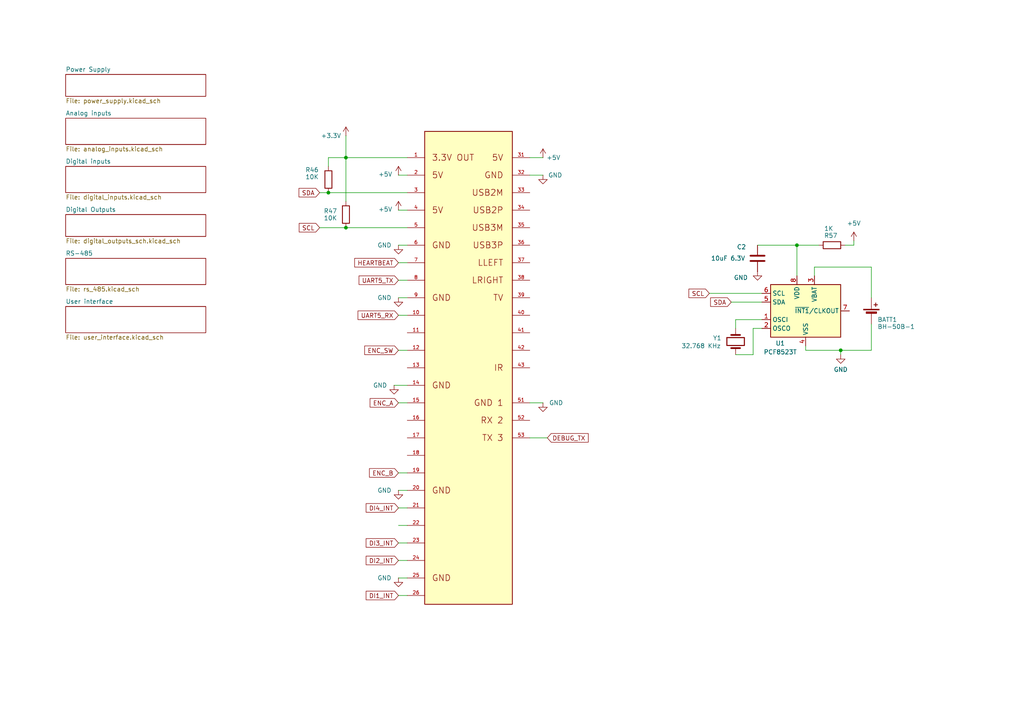
<source format=kicad_sch>
(kicad_sch (version 20231120) (generator "eeschema") (generator_version "8.0")
  (paper "A4")
  (title_block (title "Main"))
  (lib_symbols
    (symbol "DMUtils:OPI-ZERO-3" (pin_names (offset 1.016))
      (property "Reference" "U" (at -14.478 38.1 0))
      (property "Value" "OPI-ZERO-3" (at -14.732 31.496 0))
      (symbol "OPI-ZERO-3_0_0"
        (rectangle (start -27.94 30.48) (end -2.54 -106.68) (stroke (width 0.254)) (fill (type background)))
        (pin bidirectional line (at -33.02 22.86 0) (length 5.08) (name "~") (number "1"))
        (pin bidirectional line (at -33.02 -22.86 0) (length 5.08) (name "~") (number "10"))
        (pin bidirectional line (at -33.02 -27.94 0) (length 5.08) (name "~") (number "11"))
        (pin bidirectional line (at -33.02 -33.02 0) (length 5.08) (name "~") (number "12"))
        (pin bidirectional line (at -33.02 -38.1 0) (length 5.08) (name "~") (number "13"))
        (pin bidirectional line (at -33.02 -43.18 0) (length 5.08) (name "~") (number "14"))
        (pin bidirectional line (at -33.02 -48.26 0) (length 5.08) (name "~") (number "15"))
        (pin bidirectional line (at -33.02 -53.34 0) (length 5.08) (name "~") (number "16"))
        (pin bidirectional line (at -33.02 -58.42 0) (length 5.08) (name "~") (number "17"))
        (pin bidirectional line (at -33.02 -63.5 0) (length 5.08) (name "~") (number "18"))
        (pin bidirectional line (at -33.02 -68.58 0) (length 5.08) (name "~") (number "19"))
        (pin bidirectional line (at -33.02 17.78 0) (length 5.08) (name "~") (number "2"))
        (pin bidirectional line (at -33.02 -73.66 0) (length 5.08) (name "~") (number "20"))
        (pin bidirectional line (at -33.02 -78.74 0) (length 5.08) (name "~") (number "21"))
        (pin bidirectional line (at -33.02 -83.82 0) (length 5.08) (name "~") (number "22"))
        (pin bidirectional line (at -33.02 -88.9 0) (length 5.08) (name "~") (number "23"))
        (pin bidirectional line (at -33.02 -93.98 0) (length 5.08) (name "~") (number "24"))
        (pin bidirectional line (at -33.02 -99.06 0) (length 5.08) (name "~") (number "25"))
        (pin bidirectional line (at -33.02 -104.14 0) (length 5.08) (name "~") (number "26"))
        (pin bidirectional line (at -33.02 12.7 0) (length 5.08) (name "~") (number "3"))
        (pin bidirectional line (at 2.54 22.86 180) (length 5.08) (name "~") (number "31"))
        (pin bidirectional line (at 2.54 17.78 180) (length 5.08) (name "~") (number "32"))
        (pin bidirectional line (at 2.54 12.7 180) (length 5.08) (name "~") (number "33"))
        (pin bidirectional line (at 2.54 7.62 180) (length 5.08) (name "~") (number "34"))
        (pin bidirectional line (at 2.54 2.54 180) (length 5.08) (name "~") (number "35"))
        (pin bidirectional line (at 2.54 -2.54 180) (length 5.08) (name "~") (number "36"))
        (pin bidirectional line (at 2.54 -7.62 180) (length 5.08) (name "~") (number "37"))
        (pin bidirectional line (at 2.54 -12.7 180) (length 5.08) (name "~") (number "38"))
        (pin bidirectional line (at 2.54 -17.78 180) (length 5.08) (name "~") (number "39"))
        (pin bidirectional line (at -33.02 7.62 0) (length 5.08) (name "~") (number "4"))
        (pin bidirectional line (at 2.54 -22.86 180) (length 5.08) (name "~") (number "40"))
        (pin bidirectional line (at 2.54 -27.94 180) (length 5.08) (name "~") (number "41"))
        (pin bidirectional line (at 2.54 -33.02 180) (length 5.08) (name "~") (number "42"))
        (pin bidirectional line (at 2.54 -38.1 180) (length 5.08) (name "~") (number "43"))
        (pin bidirectional line (at -33.02 2.54 0) (length 5.08) (name "~") (number "5"))
        (pin bidirectional line (at -33.02 -2.54 0) (length 5.08) (name "~") (number "6"))
        (pin bidirectional line (at -33.02 -7.62 0) (length 5.08) (name "~") (number "7"))
        (pin bidirectional line (at -33.02 -12.7 0) (length 5.08) (name "~") (number "8"))
        (pin bidirectional line (at -33.02 -17.78 0) (length 5.08) (name "~") (number "9"))
      )
      (symbol "OPI-ZERO-3_1_0"
        (text "3.3V OUT" (at -25.908 21.844 0) (effects (font (size 1.778 1.778)) (justify left bottom)))
        (text "5V" (at -25.908 6.604 0) (effects (font (size 1.778 1.778)) (justify left bottom)))
        (text "5V" (at -25.908 16.764 0) (effects (font (size 1.778 1.778)) (justify left bottom)))
        (text "5V" (at -5.08 21.844 0) (effects (font (size 1.778 1.778)) (justify right bottom)))
        (text "GND" (at -25.908 -100.076 0) (effects (font (size 1.778 1.778)) (justify left bottom)))
        (text "GND" (at -25.908 -74.676 0) (effects (font (size 1.778 1.778)) (justify left bottom)))
        (text "GND" (at -25.908 -44.196 0) (effects (font (size 1.778 1.778)) (justify left bottom)))
        (text "GND" (at -25.908 -18.796 0) (effects (font (size 1.778 1.778)) (justify left bottom)))
        (text "GND" (at -25.908 -3.556 0) (effects (font (size 1.778 1.778)) (justify left bottom)))
        (text "GND" (at -5.08 16.764 0) (effects (font (size 1.778 1.778)) (justify right bottom)))
        (text "GND 1" (at -5.08 -49.276 0) (effects (font (size 1.778 1.778)) (justify right bottom)))
        (text "IR" (at -5.08 -39.116 0) (effects (font (size 1.778 1.778)) (justify right bottom)))
        (text "LLEFT" (at -5.08 -8.636 0) (effects (font (size 1.778 1.778)) (justify right bottom)))
        (text "LRIGHT" (at -5.08 -13.716 0) (effects (font (size 1.778 1.778)) (justify right bottom)))
        (text "RX 2" (at -5.08 -54.356 0) (effects (font (size 1.778 1.778)) (justify right bottom)))
        (text "TV" (at -5.08 -18.796 0) (effects (font (size 1.778 1.778)) (justify right bottom)))
        (text "TX 3" (at -5.08 -59.436 0) (effects (font (size 1.778 1.778)) (justify right bottom)))
        (text "USB2M" (at -5.08 11.684 0) (effects (font (size 1.778 1.778)) (justify right bottom)))
        (text "USB2P" (at -5.08 6.604 0) (effects (font (size 1.778 1.778)) (justify right bottom)))
        (text "USB3M" (at -5.08 1.524 0) (effects (font (size 1.778 1.778)) (justify right bottom)))
        (text "USB3P" (at -5.08 -3.556 0) (effects (font (size 1.778 1.778)) (justify right bottom)))
        (pin bidirectional line (at 2.54 -48.26 180) (length 5.08) (name "~") (number "51"))
        (pin bidirectional line (at 2.54 -53.34 180) (length 5.08) (name "~") (number "52"))
        (pin bidirectional line (at 2.54 -58.42 180) (length 5.08) (name "~") (number "53"))
      )
    )
    (symbol "Device:Battery_Cell" (pin_numbers hide) (pin_names (offset 0) hide)
      (property "Reference" "BT" (at 2.54 2.54 0))
      (property "Value" "Battery_Cell" (at 2.54 0 0))
      (symbol "Battery_Cell_0_1"
        (rectangle (start -2.286 1.778) (end 2.286 1.524) (fill (type outline)))
        (rectangle (start -1.524 1.016) (end 1.524 0.508) (fill (type outline)))
        (polyline (pts (xy 0 0.762) (xy 0 0)))
        (polyline (pts (xy 0 1.778) (xy 0 2.54)))
        (polyline (pts (xy 0.762 3.048) (xy 1.778 3.048)) (stroke (width 0.254)))
        (polyline (pts (xy 1.27 3.556) (xy 1.27 2.54)) (stroke (width 0.254)))
      )
      (symbol "Battery_Cell_1_1"
        (pin passive line (at 0 5.08 270) (length 2.54) (name "+") (number "1"))
        (pin passive line (at 0 -2.54 90) (length 2.54) (name "-") (number "2"))
      )
    )
    (symbol "Device:C" (pin_numbers hide) (pin_names (offset 0.254))
      (property "Reference" "C" (at 0.635 2.54 0))
      (property "Value" "C" (at 0.635 -2.54 0))
      (symbol "C_0_1"
        (polyline (pts (xy -2.032 -0.762) (xy 2.032 -0.762)) (stroke (width 0.508)))
        (polyline (pts (xy -2.032 0.762) (xy 2.032 0.762)) (stroke (width 0.508)))
      )
      (symbol "C_1_1"
        (pin passive line (at 0 3.81 270) (length 2.794) (name "~") (number "1"))
        (pin passive line (at 0 -3.81 90) (length 2.794) (name "~") (number "2"))
      )
    )
    (symbol "Device:Crystal" (pin_numbers hide) (pin_names (offset 1.016) hide)
      (property "Reference" "Y" (at 0 3.81 0))
      (property "Value" "Crystal" (at 0 -3.81 0))
      (symbol "Crystal_0_1"
        (rectangle (start -1.143 2.54) (end 1.143 -2.54) (stroke (width 0.3048)))
        (polyline (pts (xy -2.54 0) (xy -1.905 0)))
        (polyline (pts (xy -1.905 -1.27) (xy -1.905 1.27)) (stroke (width 0.508)))
        (polyline (pts (xy 1.905 -1.27) (xy 1.905 1.27)) (stroke (width 0.508)))
        (polyline (pts (xy 2.54 0) (xy 1.905 0)))
      )
      (symbol "Crystal_1_1"
        (pin passive line (at -3.81 0 0) (length 1.27) (name "1") (number "1"))
        (pin passive line (at 3.81 0 180) (length 1.27) (name "2") (number "2"))
      )
    )
    (symbol "Device:R" (pin_numbers hide) (pin_names (offset 0))
      (property "Reference" "R" (at 2.032 0 90))
      (property "Value" "R" (at 0 0 90))
      (symbol "R_0_1"
        (rectangle (start -1.016 -2.54) (end 1.016 2.54) (stroke (width 0.254)))
      )
      (symbol "R_1_1"
        (pin passive line (at 0 3.81 270) (length 1.27) (name "~") (number "1"))
        (pin passive line (at 0 -3.81 90) (length 1.27) (name "~") (number "2"))
      )
    )
    (symbol "Timer_RTC:PCF8523T"
      (property "Reference" "U" (at -10.16 8.89 0))
      (property "Value" "PCF8523T" (at 3.81 8.89 0))
      (symbol "PCF8523T_0_1"
        (rectangle (start -10.16 7.62) (end 10.16 -7.62) (stroke (width 0.254)) (fill (type background)))
      )
      (symbol "PCF8523T_1_1"
        (pin input line (at -12.7 -2.54 0) (length 2.54) (name "OSCI") (number "1"))
        (pin output line (at -12.7 -5.08 0) (length 2.54) (name "OSCO") (number "2"))
        (pin power_in line (at 2.54 10.16 270) (length 2.54) (name "VBAT") (number "3"))
        (pin power_in line (at 0 -10.16 90) (length 2.54) (name "VSS") (number "4"))
        (pin bidirectional line (at -12.7 2.54 0) (length 2.54) (name "SDA") (number "5"))
        (pin input line (at -12.7 5.08 0) (length 2.54) (name "SCL") (number "6"))
        (pin open_collector line (at 12.7 0 180) (length 2.54) (name "~{INT1}/CLKOUT") (number "7"))
        (pin power_in line (at -2.54 10.16 270) (length 2.54) (name "VDD") (number "8"))
      )
    )
    (symbol "power:+3.3V" (power) (pin_numbers hide) (pin_names (offset 0) hide)
      (property "Value" "+3.3V" (at 0 3.556 0))
      (symbol "+3.3V_0_1"
        (polyline (pts (xy -0.762 1.27) (xy 0 2.54)))
        (polyline (pts (xy 0 0) (xy 0 2.54)))
        (polyline (pts (xy 0 2.54) (xy 0.762 1.27)))
      )
      (symbol "+3.3V_1_1"
        (pin power_in line (at 0 0 90) (length 0) (name "~") (number "1"))
      )
    )
    (symbol "power:+5V" (power) (pin_numbers hide) (pin_names (offset 0) hide)
      (property "Value" "+5V" (at 0 3.556 0))
      (symbol "+5V_0_1"
        (polyline (pts (xy -0.762 1.27) (xy 0 2.54)))
        (polyline (pts (xy 0 0) (xy 0 2.54)))
        (polyline (pts (xy 0 2.54) (xy 0.762 1.27)))
      )
      (symbol "+5V_1_1"
        (pin power_in line (at 0 0 90) (length 0) (name "~") (number "1"))
      )
    )
    (symbol "power:GND" (power) (pin_numbers hide) (pin_names (offset 0) hide)
      (property "Value" "GND" (at 0 -3.81 0))
      (symbol "GND_0_1"
        (polyline (pts (xy 0 0) (xy 0 -1.27) (xy 1.27 -1.27) (xy 0 -2.54) (xy -1.27 -1.27) (xy 0 -1.27)))
      )
      (symbol "GND_1_1"
        (pin power_in line (at 0 0 270) (length 0) (name "~") (number "1"))
      )
    )
  )
  (junction (at 100.33 45.72))
  (junction (at 100.33 66.04))
  (junction (at 243.84 101.6))
  (junction (at 95.25 55.88))
  (junction (at 231.14 71.12))
  (wire (pts (xy 115.57 137.16) (xy 118.11 137.16)))
  (wire (pts (xy 231.14 71.12) (xy 231.14 80.01)))
  (wire (pts (xy 218.44 95.25) (xy 220.98 95.25)))
  (wire (pts (xy 237.49 71.12) (xy 231.14 71.12)))
  (wire (pts (xy 100.33 45.72) (xy 118.11 45.72)))
  (wire (pts (xy 205.74 85.09) (xy 220.98 85.09)))
  (wire (pts (xy 115.57 101.6) (xy 118.11 101.6)))
  (wire (pts (xy 95.25 55.88) (xy 92.71 55.88)) (stroke (width 0.1524)))
  (wire (pts (xy 115.57 162.56) (xy 118.11 162.56)))
  (wire (pts (xy 213.36 102.87) (xy 218.44 102.87)))
  (wire (pts (xy 236.22 80.01) (xy 236.22 77.47)))
  (wire (pts (xy 157.48 116.84) (xy 153.67 116.84)))
  (wire (pts (xy 213.36 92.71) (xy 213.36 95.25)))
  (wire (pts (xy 219.71 71.12) (xy 231.14 71.12)))
  (wire (pts (xy 118.11 111.76) (xy 114.3 111.76)) (stroke (width 0.1524)))
  (wire (pts (xy 157.48 50.8) (xy 153.67 50.8)))
  (wire (pts (xy 115.57 152.4) (xy 118.11 152.4)))
  (wire (pts (xy 115.57 116.84) (xy 118.11 116.84)))
  (wire (pts (xy 252.73 101.6) (xy 252.73 93.98)))
  (wire (pts (xy 118.11 167.64) (xy 115.57 167.64)) (stroke (width 0.1524)))
  (wire (pts (xy 100.33 66.04) (xy 92.71 66.04)) (stroke (width 0.1524)))
  (wire (pts (xy 115.57 147.32) (xy 118.11 147.32)))
  (wire (pts (xy 220.98 92.71) (xy 213.36 92.71)))
  (wire (pts (xy 247.65 69.85) (xy 247.65 71.12)))
  (wire (pts (xy 118.11 66.04) (xy 100.33 66.04)) (stroke (width 0.1524)))
  (wire (pts (xy 115.57 60.96) (xy 118.11 60.96)))
  (wire (pts (xy 118.11 86.36) (xy 115.57 86.36)) (stroke (width 0.1524)))
  (wire (pts (xy 157.48 45.72) (xy 153.67 45.72)))
  (wire (pts (xy 233.68 101.6) (xy 233.68 100.33)))
  (wire (pts (xy 252.73 77.47) (xy 252.73 86.36)))
  (wire (pts (xy 236.22 77.47) (xy 252.73 77.47)))
  (wire (pts (xy 100.33 58.42) (xy 100.33 45.72)))
  (wire (pts (xy 247.65 71.12) (xy 245.11 71.12)))
  (wire (pts (xy 158.75 127) (xy 153.67 127)))
  (wire (pts (xy 243.84 102.87) (xy 243.84 101.6)))
  (wire (pts (xy 100.33 39.37) (xy 100.33 45.72)))
  (wire (pts (xy 115.57 142.24) (xy 118.11 142.24)))
  (wire (pts (xy 243.84 101.6) (xy 233.68 101.6)))
  (wire (pts (xy 115.57 157.48) (xy 118.11 157.48)))
  (wire (pts (xy 118.11 55.88) (xy 95.25 55.88)) (stroke (width 0.1524)))
  (wire (pts (xy 118.11 71.12) (xy 115.57 71.12)) (stroke (width 0.1524)))
  (wire (pts (xy 115.57 76.2) (xy 118.11 76.2)))
  (wire (pts (xy 252.73 101.6) (xy 243.84 101.6)))
  (wire (pts (xy 115.57 81.28) (xy 118.11 81.28)))
  (wire (pts (xy 118.11 50.8) (xy 115.57 50.8)) (stroke (width 0.1524)))
  (wire (pts (xy 212.09 87.63) (xy 220.98 87.63)))
  (wire (pts (xy 115.57 91.44) (xy 118.11 91.44)))
  (wire (pts (xy 95.25 45.72) (xy 95.25 48.26)))
  (wire (pts (xy 115.57 172.72) (xy 118.11 172.72)))
  (wire (pts (xy 95.25 45.72) (xy 100.33 45.72)))
  (wire (pts (xy 218.44 102.87) (xy 218.44 95.25)))
  (global_label "ENC_SW" (shape input) (at 115.57 101.6 180) (property "Intersheetrefs" "${INTERSHEET_REFS}" (effects (hide yes))))
  (global_label "ENC_B" (shape input) (at 115.57 137.16 180) (property "Intersheetrefs" "${INTERSHEET_REFS}" (effects (hide yes))))
  (global_label "DEBUG_TX" (shape input) (at 158.75 127 0) (property "Intersheetrefs" "${INTERSHEET_REFS}" (effects (hide yes))))
  (global_label "DI3_INT" (shape input) (at 115.57 157.48 180) (property "Intersheetrefs" "${INTERSHEET_REFS}" (effects (hide yes))))
  (global_label "DI4_INT" (shape input) (at 115.57 147.32 180) (property "Intersheetrefs" "${INTERSHEET_REFS}" (effects (hide yes))))
  (global_label "DI2_INT" (shape input) (at 115.57 162.56 180) (property "Intersheetrefs" "${INTERSHEET_REFS}" (effects (hide yes))))
  (global_label "UART5_TX" (shape input) (at 115.57 81.28 180) (property "Intersheetrefs" "${INTERSHEET_REFS}" (effects (hide yes))))
  (global_label "SCL" (shape input) (at 92.71 66.04 180) (property "Intersheetrefs" "${INTERSHEET_REFS}" (effects (hide yes))))
  (global_label "UART5_RX" (shape input) (at 115.57 91.44 180) (property "Intersheetrefs" "${INTERSHEET_REFS}" (effects (hide yes))))
  (global_label "ENC_A" (shape input) (at 115.57 116.84 180) (property "Intersheetrefs" "${INTERSHEET_REFS}" (effects (hide yes))))
  (global_label "SDA" (shape input) (at 92.71 55.88 180) (property "Intersheetrefs" "${INTERSHEET_REFS}" (effects (hide yes))))
  (global_label "DI1_INT" (shape input) (at 115.57 172.72 180) (property "Intersheetrefs" "${INTERSHEET_REFS}" (effects (hide yes))))
  (global_label "SCL" (shape input) (at 205.74 85.09 180) (property "Intersheetrefs" "${INTERSHEET_REFS}" (effects (hide yes))))
  (global_label "HEARTBEAT" (shape input) (at 115.57 76.2 180) (property "Intersheetrefs" "${INTERSHEET_REFS}" (effects (hide yes))))
  (global_label "SDA" (shape input) (at 212.09 87.63 180) (property "Intersheetrefs" "${INTERSHEET_REFS}" (effects (hide yes))))
  (symbol (lib_id "power:+5V") (at 115.57 50.8 0) (unit 1)
    (property "Reference" "#PWR019" (effects (hide yes)))
    (property "Value" "+5V" (at 111.76 50.546 0))
    (property "Description" "Power symbol creates a global label with name \"+5V\"" (effects (hide yes)))
  )
  (symbol (lib_id "Device:Battery_Cell") (at 252.73 91.44 0) (unit 1)
    (property "Reference" "BATT1" (at 254.508 92.71 0) (effects (justify left)))
    (property "Value" "BH-50B-1" (at 254.508 94.742 0) (effects (justify left)))
    (property "Footprint" "DMUtils:BH-50B-1" (effects (hide yes)))
    (property "Description" "Single-cell battery" (effects (hide yes)))
  )
  (symbol (lib_id "Device:Crystal") (at 213.36 99.06 270) (unit 1)
    (property "Reference" "Y1" (at 206.756 98.044 90) (effects (justify left)))
    (property "Value" "32.768 KHz" (at 197.612 100.33 90) (effects (justify left)))
    (property "Footprint" "Crystal:Crystal_C26-LF_D2.1mm_L6.5mm_Vertical" (effects (hide yes)))
    (property "Description" "Two pin crystal" (effects (hide yes)))
  )
  (symbol (lib_id "power:+5V") (at 247.65 69.85 0) (unit 1)
    (property "Reference" "#PWR070" (effects (hide yes)))
    (property "Value" "+5V" (at 247.65 64.77 0))
    (property "Description" "Power symbol creates a global label with name \"+5V\"" (effects (hide yes)))
  )
  (symbol (lib_id "power:+5V") (at 157.48 45.72 0) (unit 1)
    (property "Reference" "#PWR018" (effects (hide yes)))
    (property "Value" "+5V" (at 160.528 45.72 0))
    (property "Description" "Power symbol creates a global label with name \"+5V\"" (effects (hide yes)))
  )
  (symbol (lib_id "power:+5V") (at 115.57 60.96 0) (unit 1)
    (property "Reference" "#PWR021" (effects (hide yes)))
    (property "Value" "+5V" (at 111.76 60.706 0))
    (property "Description" "Power symbol creates a global label with name \"+5V\"" (effects (hide yes)))
  )
  (symbol (lib_id "power:GND") (at 243.84 102.87 0) (unit 1)
    (property "Reference" "#PWR069" (effects (hide yes)))
    (property "Value" "GND" (at 243.84 107.188 0))
    (property "Description" "Power symbol creates a global label with name \"GND\" , ground" (effects (hide yes)))
  )
  (symbol (lib_id "power:GND") (at 157.48 50.8 0) (unit 1)
    (property "Reference" "#PWR020" (effects (hide yes)))
    (property "Value" "GND" (at 161.036 50.8 0))
    (property "Description" "Power symbol creates a global label with name \"GND\" , ground" (effects (hide yes)))
  )
  (symbol (lib_id "Timer_RTC:PCF8523T") (at 233.68 90.17 0) (unit 1)
    (property "Reference" "U1" (at 226.314 99.568 0))
    (property "Value" "PCF8523T" (at 226.314 102.108 0))
    (property "Footprint" "Package_SO:SOIC-8_3.9x4.9mm_P1.27mm" (effects (hide yes)))
    (property "Datasheet" "https://www.nxp.com/docs/en/data-sheet/PCF8523.pdf" (effects (hide yes)))
    (property "Description" "Realtime Clock/Calendar I2C Interface, SOIC-8" (effects (hide yes)))
  )
  (symbol (lib_id "power:+3.3V") (at 100.33 39.37 0) (unit 1)
    (property "Reference" "#PWR046" (effects (hide yes)))
    (property "Value" "+3.3V" (at 96.012 39.37 0))
    (property "Description" "Power symbol creates a global label with name \"+3.3V\"" (effects (hide yes)))
  )
  (symbol (lib_id "power:GND") (at 115.57 167.64 0) (unit 1)
    (property "Reference" "#PWR09" (effects (hide yes)))
    (property "Value" "GND" (at 111.506 167.64 0))
    (property "Description" "Power symbol creates a global label with name \"GND\" , ground" (effects (hide yes)))
  )
  (symbol (lib_id "Device:R") (at 95.25 52.07 180) (unit 1)
    (property "Reference" "R46" (at 92.456 49.276 0) (effects (justify left)))
    (property "Value" "10K" (at 92.456 51.308 0) (effects (justify left)))
    (property "Footprint" "Resistor_SMD:R_0805_2012Metric" (effects (hide yes)))
    (property "Description" "Resistor" (effects (hide yes)))
  )
  (symbol (lib_id "power:GND") (at 157.48 116.84 0) (unit 1)
    (property "Reference" "#PWR04" (effects (hide yes)))
    (property "Value" "GND" (at 161.29 116.84 0))
    (property "Description" "Power symbol creates a global label with name \"GND\" , ground" (effects (hide yes)))
  )
  (symbol (lib_id "power:GND") (at 115.57 86.36 0) (unit 1)
    (property "Reference" "#PWR08" (effects (hide yes)))
    (property "Value" "GND" (at 111.506 86.36 0))
    (property "Description" "Power symbol creates a global label with name \"GND\" , ground" (effects (hide yes)))
  )
  (symbol (lib_id "power:GND") (at 115.57 71.12 0) (unit 1)
    (property "Reference" "#PWR07" (effects (hide yes)))
    (property "Value" "GND" (at 111.506 71.12 0))
    (property "Description" "Power symbol creates a global label with name \"GND\" , ground" (effects (hide yes)))
  )
  (symbol (lib_id "Device:R") (at 100.33 62.23 180) (unit 1)
    (property "Reference" "R47" (at 97.79 61.214 0) (effects (justify left)))
    (property "Value" "10K" (at 97.79 63.246 0) (effects (justify left)))
    (property "Footprint" "Resistor_SMD:R_0805_2012Metric" (effects (hide yes)))
    (property "Description" "Resistor" (effects (hide yes)))
  )
  (symbol (lib_id "power:GND") (at 114.3 111.76 0) (unit 1)
    (property "Reference" "#PWR06" (effects (hide yes)))
    (property "Value" "GND" (at 110.236 111.76 0))
    (property "Description" "Power symbol creates a global label with name \"GND\" , ground" (effects (hide yes)))
  )
  (symbol (lib_id "DMUtils:OPI-ZERO-3") (at 151.13 68.58 0) (unit 1)
    (property "Reference" "U$1" (effects (hide yes)))
    (property "Value" "OPI-ZERO-3" (effects (hide yes)))
    (property "Footprint" "DMUtils:OPI-ZERO-3" (effects (hide yes)))
  )
  (symbol (lib_id "power:GND") (at 115.57 142.24 0) (unit 1)
    (property "Reference" "#PWR05" (effects (hide yes)))
    (property "Value" "GND" (at 111.506 142.24 0))
    (property "Description" "Power symbol creates a global label with name \"GND\" , ground" (effects (hide yes)))
  )
  (symbol (lib_id "power:GND") (at 219.71 78.74 0) (unit 1)
    (property "Reference" "#PWR01" (effects (hide yes)))
    (property "Value" "GND" (at 214.884 80.518 0))
    (property "Description" "Power symbol creates a global label with name \"GND\" , ground" (effects (hide yes)))
  )
  (symbol (lib_id "Device:C") (at 219.71 74.93 180) (unit 1)
    (property "Reference" "C2" (at 216.408 71.628 0) (effects (justify left)))
    (property "Value" "10uF 6.3V" (at 216.154 74.93 0) (effects (justify left)))
    (property "Footprint" "Capacitor_SMD:C_0805_2012Metric" (effects (hide yes)))
    (property "Description" "Unpolarized capacitor" (effects (hide yes)))
  )
  (symbol (lib_id "Device:R") (at 241.3 71.12 270) (unit 1)
    (property "Reference" "R57" (at 239.014 68.326 90) (effects (justify left)))
    (property "Value" "1K" (at 239.014 66.294 90) (effects (justify left)))
    (property "Footprint" "Resistor_SMD:R_0805_2012Metric" (effects (hide yes)))
    (property "Description" "Resistor" (effects (hide yes)))
  )
  (sheet (at 19.05 62.23) (size 40.64 6.35) (stroke (width 0.1524))
    (property "Sheetname" "Digital Outputs" (at 19.05 61.5184 0) (effects (justify left bottom)))
    (property "Sheetfile" "digital_outputs_sch.kicad_sch" (at 19.05 69.1646 0) (effects (justify left top)))
  )
  (sheet (at 19.05 74.93) (size 40.64 7.62) (stroke (width 0.1524))
    (property "Sheetname" "RS-485" (at 19.05 74.2184 0) (effects (justify left bottom)))
    (property "Sheetfile" "rs_485.kicad_sch" (at 19.05 83.1346 0) (effects (justify left top)))
  )
  (sheet (at 19.05 21.59) (size 40.64 6.35) (stroke (width 0.1524))
    (property "Sheetname" "Power Supply" (at 19.05 20.8784 0) (effects (justify left bottom)))
    (property "Sheetfile" "power_supply.kicad_sch" (at 19.05 28.5246 0) (effects (justify left top)))
  )
  (sheet (at 19.05 88.9) (size 40.64 7.62) (stroke (width 0.1524))
    (property "Sheetname" "User interface" (at 19.05 88.1884 0) (effects (justify left bottom)))
    (property "Sheetfile" "user_interface.kicad_sch" (at 19.05 97.1046 0) (effects (justify left top)))
  )
  (sheet (at 19.05 34.29) (size 40.64 7.62) (stroke (width 0.1524))
    (property "Sheetname" "Analog inputs" (at 19.05 33.5784 0) (effects (justify left bottom)))
    (property "Sheetfile" "analog_inputs.kicad_sch" (at 19.05 42.4946 0) (effects (justify left top)))
  )
  (sheet (at 19.05 48.26) (size 40.64 7.62) (stroke (width 0.1524))
    (property "Sheetname" "Digital inputs" (at 19.05 47.5484 0) (effects (justify left bottom)))
    (property "Sheetfile" "digital_inputs.kicad_sch" (at 19.05 56.4646 0) (effects (justify left top)))
  )
)
</source>
